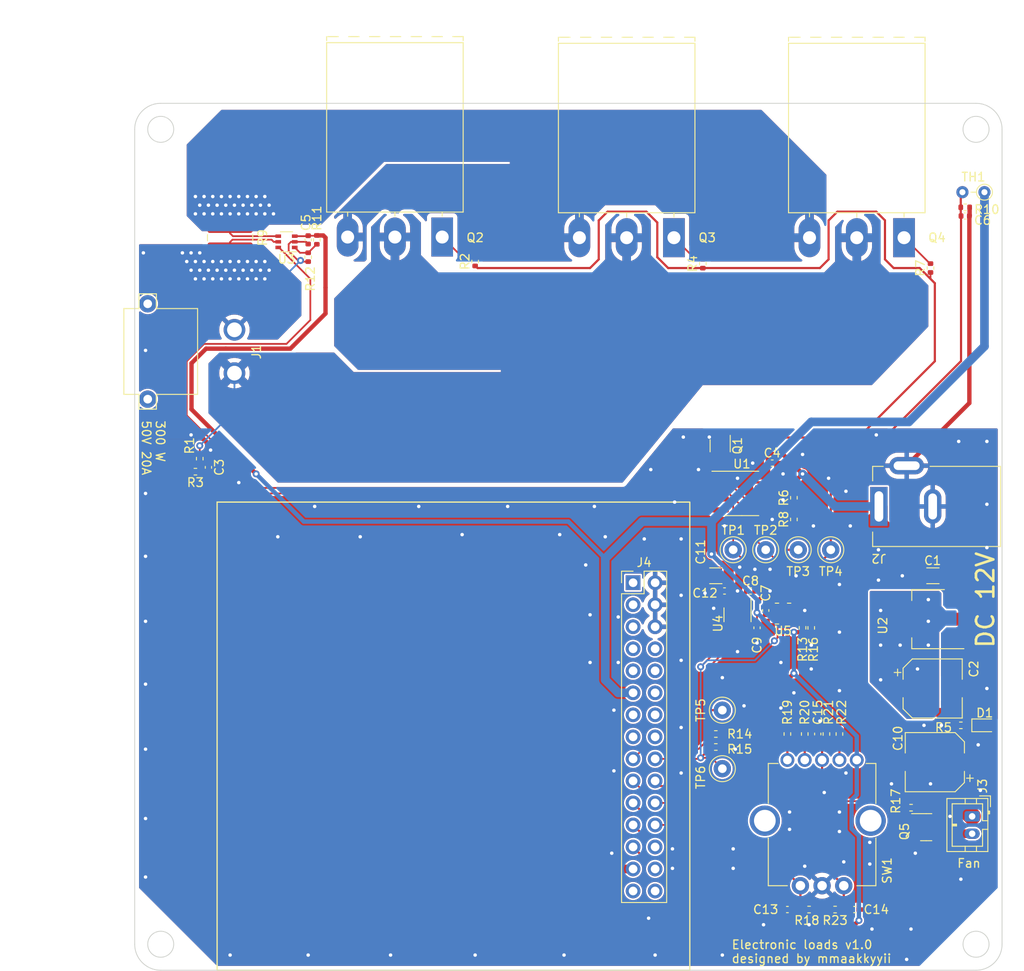
<source format=kicad_pcb>
(kicad_pcb (version 20221018) (generator pcbnew)
  (layers (0 "F.Cu" signal) (31 "B.Cu" signal) (34 "B.Paste" user) (35 "F.Paste" user) (36 "B.SilkS" user "B.Silkscreen") (37 "F.SilkS" user "F.Silkscreen") (38 "B.Mask" user) (39 "F.Mask" user) (44 "Edge.Cuts" user))
  (net 0 "")
  (net 1 "+12V")
  (net 2 "GND")
  (net 3 "+5V")
  (net 4 "/Voltage")
  (net 5 "+3.3V")
  (net 6 "/NTC")
  (net 7 "/Current_ref")
  (net 8 "/ENC_A")
  (net 9 "/ENC_B")
  (net 10 "/GPIO13")
  (net 11 "Net-(D1-K)")
  (net 12 "/Vin")
  (net 13 "Net-(J3-Pin_2)")
  (net 14 "/GPIO35")
  (net 15 "/GPIO36")
  (net 16 "/EN")
  (net 17 "/GPIO23")
  (net 18 "/GPIO25")
  (net 19 "/GPIO19")
  (net 20 "/GPIO26")
  (net 21 "/GPIO18")
  (net 22 "/GPIO3")
  (net 23 "/GPIO1")
  (net 24 "/GPIO16")
  (net 25 "/GPIO17")
  (net 26 "/GPIO21")
  (net 27 "/GPIO22")
  (net 28 "/GPIO2")
  (net 29 "/GPIO5")
  (net 30 "/GPIO12")
  (net 31 "/GPIO15")
  (net 34 "Net-(Q1-E-Pad1)")
  (net 35 "Net-(Q1-B-Pad2)")
  (net 36 "Net-(Q2-G)")
  (net 37 "Net-(Q2-S)")
  (net 38 "Net-(Q3-G)")
  (net 39 "Net-(Q4-G)")
  (net 40 "Net-(Q5-G)")
  (net 41 "Net-(U1B-+)")
  (net 42 "Net-(U3-REF)")
  (net 43 "Net-(U5-ADDR)")
  (net 44 "Net-(SW1-R)")
  (net 45 "Net-(SW1-G)")
  (net 46 "Net-(R22-Pad1)")
  (net 47 "/Current")
  (net 48 "Net-(U1B--)")
  (footprint "Capacitor_SMD:C_0402_1005Metric" (layer "F.Cu") (at 178.75 122.75 90)
    (fp_text reference "C15")
    (fp_text value "0.1u")
  )
  (footprint "Connector_PinHeader_2.54mm:PinHeader_2x15_P2.54mm_Vertical" (layer "F.Cu") (at 157.46 105.3)
    (fp_text reference "J4")
    (fp_text value "Conn_02x15_Odd_Even")
  )
  (footprint "Resistor_SMD:R_0402_1005Metric" (layer "F.Cu") (at 107 92.49)
    (fp_text reference "R3")
    (fp_text value "47k")
  )
  (footprint "Resistor_SMD:R_0402_1005Metric" (layer "F.Cu") (at 180.75 143)
    (fp_text reference "R23")
    (fp_text value "10k")
  )
  (footprint "Resistor_SMD:R_0402_1005Metric" (layer "F.Cu") (at 107.5 90.99 90)
    (fp_text reference "R1")
    (fp_text value "3.3k")
  )
  (footprint "Capacitor_SMD:C_0402_1005Metric" (layer "F.Cu") (at 168 106.25 180)
    (fp_text reference "C12")
    (fp_text value "0.1u")
  )
  (footprint "Resistor_SMD:R_0402_1005Metric" (layer "F.Cu") (at 178 110.51 -90)
    (fp_text reference "R16")
    (fp_text value "0")
  )
  (footprint "Capacitor_SMD:C_0402_1005Metric" (layer "F.Cu") (at 175.25 143 180)
    (fp_text reference "C13")
    (fp_text value "0.1u")
  )
  (footprint "Package_TO_SOT_SMD:SOT-363_SC-70-6" (layer "F.Cu") (at 117.5 65.975 180)
    (fp_text reference "U3")
    (fp_text value "NCS214")
  )
  (footprint "TestPoint:TestPoint_Loop_D1.80mm_Drill1.0mm_Beaded" (layer "F.Cu") (at 167.75 120)
    (fp_text reference "TP5")
    (fp_text value "TestPoint")
  )
  (footprint "Capacitor_SMD:C_0402_1005Metric" (layer "F.Cu") (at 171 106.25)
    (fp_text reference "C8")
    (fp_text value "0.1u")
  )
  (footprint "Resistor_SMD:R_0402_1005Metric" (layer "F.Cu") (at 195.75 62)
    (fp_text reference "R10")
    (fp_text value "1k")
  )
  (footprint "Resistor_SMD:R_0402_1005Metric" (layer "F.Cu") (at 139.25 68.25 90)
    (fp_text reference "R2")
    (fp_text value "100")
  )
  (footprint "Resistor_SMD:R_0402_1005Metric" (layer "F.Cu") (at 176 98 90)
    (fp_text reference "R8")
    (fp_text value "10k")
  )
  (footprint "Resistor_SMD:R_0402_1005Metric" (layer "F.Cu") (at 181.25 122.75 90)
    (fp_text reference "R22")
    (fp_text value "10k")
  )
  (footprint "Resistor_SMD:R_0402_1005Metric" (layer "F.Cu") (at 191.75 69 90)
    (fp_text reference "R7")
    (fp_text value "100")
  )
  (footprint "TestPoint:TestPoint_Loop_D1.80mm_Drill1.0mm_Beaded" (layer "F.Cu") (at 167.75 126.75)
    (fp_text reference "TP6")
    (fp_text value "TestPoint")
  )
  (footprint "TestPoint:TestPoint_Loop_D1.80mm_Drill1.0mm_Beaded" (layer "F.Cu") (at 172.75 101.5)
    (fp_text reference "TP2")
    (fp_text value "TestPoint")
  )
  (footprint "TestPoint:TestPoint_Loop_D1.80mm_Drill1.0mm_Beaded" (layer "F.Cu") (at 180.25 101.5)
    (fp_text reference "TP4")
    (fp_text value "TestPoint")
  )
  (footprint "Package_SO:SOIC-8_3.9x4.9mm_P1.27mm" (layer "F.Cu") (at 170 95)
    (fp_text reference "U1")
    (fp_text value "LM358")
  )
  (footprint "Connector_BarrelJack:BarrelJack_Kycon_KLDX-0202-xC_Horizontal" (layer "F.Cu") (at 185.8 96.5 180)
    (fp_text reference "J2")
    (fp_text value "Barrel_Jack_Switch")
  )
  (footprint "Package_TO_SOT_THT:TO-3P-3_Horizontal_TabUp" (layer "F.Cu") (at 162.17 65.5 180)
    (fp_text reference "Q3")
    (fp_text value "IXTQ110N10P")
  )
  (footprint "Capacitor_SMD:CP_Elec_6.3x5.2" (layer "F.Cu") (at 192 117.5)
    (fp_text reference "C2")
    (fp_text value "20u")
  )
  (footprint "e_load_lib:EC12PLRGBSDVBF-D-25K-24-24C-61" (layer "F.Cu") (at 179.25 132.75)
    (fp_text reference "SW1")
    (fp_text value "EC12PLRGBSDVBF-D-25K-24-24C-61")
  )
  (footprint "Resistor_SMD:R_0402_1005Metric" (layer "F.Cu") (at 167 122.75 180)
    (fp_text reference "R14")
    (fp_text value "4.7k")
  )
  (footprint "Resistor_SMD:R_0402_1005Metric" (layer "F.Cu") (at 175.25 122.75 90)
    (fp_text reference "R19")
    (fp_text value "10k")
  )
  (footprint "Resistor_SMD:R_0402_1005Metric" (layer "F.Cu") (at 189.51 131.25)
    (fp_text reference "R17")
    (fp_text value "200")
  )
  (footprint "Package_TO_SOT_SMD:SOT-23-6" (layer "F.Cu") (at 169.5 109 -90)
    (fp_text reference "U4")
    (fp_text value "MCP4726A0T-E/CH")
  )
  (footprint "Package_TO_SOT_THT:TO-3P-3_Horizontal_TabUp" (layer "F.Cu") (at 135.45 65.425 180)
    (fp_text reference "Q2")
    (fp_text value "IXTQ110N10P")
  )
  (footprint "Capacitor_SMD:C_0402_1005Metric" (layer "F.Cu") (at 183 143)
    (fp_text reference "C14")
    (fp_text value "0.1u")
  )
  (footprint "Package_DFN_QFN:Texas_R-PUQFN-N10" (layer "F.Cu") (at 174.75 108.86 180)
    (fp_text reference "U5")
    (fp_text value "TLA2024IRUGR")
  )
  (footprint "Package_TO_SOT_THT:TO-3P-3_Horizontal_TabUp" (layer "F.Cu") (at 188.7 65.5 180)
    (fp_text reference "Q4")
    (fp_text value "IXTQ110N10P")
  )
  (footprint "Package_TO_SOT_SMD:SOT-223-3_TabPin2" (layer "F.Cu") (at 191.5 109.5 180)
    (fp_text reference "U2")
    (fp_text value "AZ1117I-5.0TGR1")
  )
  (footprint "Resistor_SMD:R_0402_1005Metric" (layer "F.Cu") (at 195.25 121.75 180)
    (fp_text reference "R5")
    (fp_text value "1k")
  )
  (footprint "Package_TO_SOT_SMD:SOT-23" (layer "F.Cu") (at 191.25 133.5)
    (fp_text reference "Q5")
    (fp_text value "DMN3053L")
  )
  (footprint "Capacitor_SMD:C_1206_3216Metric" (layer "F.Cu") (at 192.025 104.5 180)
    (fp_text reference "C1")
    (fp_text value "10u")
  )
  (footprint "Resistor_SMD:R_0402_1005Metric" (layer "F.Cu") (at 120 67.75 -90)
    (fp_text reference "R12")
    (fp_text value "0")
  )
  (footprint "Capacitor_SMD:C_0402_1005Metric" (layer "F.Cu") (at 172.75 108.5 90)
    (fp_text reference "C7")
    (fp_text value "0.1u")
  )
  (footprint "Capacitor_SMD:C_0402_1005Metric" (layer "F.Cu") (at 171.75 110.5 -90)
    (fp_text reference "C9")
    (fp_text value "0.1u")
  )
  (footprint "LED_SMD:LED_0603_1608Metric" (layer "F.Cu") (at 198 121.75)
    (fp_text reference "D1")
    (fp_text value "LED")
  )
  (footprint "Resistor_SMD:R_0402_1005Metric" (layer "F.Cu") (at 177.25 122.75 90)
    (fp_text reference "R20")
    (fp_text value "10k")
  )
  (footprint "Resistor_SMD:R_0402_1005Metric" (layer "F.Cu") (at 177.75 143)
    (fp_text reference "R18")
    (fp_text value "10k")
  )
  (footprint "Capacitor_SMD:C_0402_1005Metric" (layer "F.Cu") (at 120 65.75 -90)
    (fp_text reference "C5")
    (fp_text value "0.1u")
  )
  (footprint "Resistor_SMD:R_1020_2550Metric" (layer "F.Cu") (at 111 65.5 -90)
    (fp_text reference "R9")
    (fp_text value "0.001 ohm / 2 W")
  )
  (footprint "Resistor_SMD:R_0402_1005Metric" (layer "F.Cu") (at 176 95.5 90)
    (fp_text reference "R6")
    (fp_text value "10k")
  )
  (footprint "Connector_JST:JST_PH_B2B-PH-K_1x02_P2.00mm_Vertical" (layer "F.Cu") (at 196.55 132.25 -90)
    (fp_text reference "J3")
    (fp_text value "Conn_01x02_Pin")
  )
  (footprint "Resistor_THT:R_Axial_DIN0204_L3.6mm_D1.6mm_P2.54mm_Vertical" (layer "F.Cu") (at 197.97 60.25 180)
    (fp_text reference "TH1")
    (fp_text value "Thermistor_NTC")
  )
  (footprint "TestPoint:TestPoint_Loop_D1.80mm_Drill1.0mm_Beaded" (layer "F.Cu") (at 169 101.5)
    (fp_text reference "TP1")
    (fp_text value "TestPoint")
  )
  (footprint "Capacitor_SMD:C_0402_1005Metric" (layer "F.Cu") (at 195.75 63)
    (fp_text reference "C6")
    (fp_text value "0.1u")
  )
  (footprint "Resistor_SMD:R_0402_1005Metric" (layer "F.Cu") (at 165.5 68.5 90)
    (fp_text reference "R4")
    (fp_text value "100")
  )
  (footprint "Capacitor_SMD:C_0402_1005Metric" (layer "F.Cu") (at 108.5 91.99 90)
    (fp_text reference "C3")
    (fp_text value "0.1u")
  )
  (footprint "TestPoint:TestPoint_Loop_D1.80mm_Drill1.0mm_Beaded" (layer "F.Cu") (at 176.5 101.5)
    (fp_text reference "TP3")
    (fp_text value "TestPoint")
  )
  (footprint "Resistor_SMD:R_0402_1005Metric" (layer "F.Cu") (at 177 110.5 -90)
    (fp_text reference "R13")
    (fp_text value "NC")
  )
  (footprint "Capacitor_SMD:C_1206_3216Metric" (layer "F.Cu") (at 167 104.5 180)
    (fp_text reference "C11")
    (fp_text value "10u")
  )
  (footprint "Resistor_SMD:R_0402_1005Metric" (layer "F.Cu") (at 121 65.75 -90)
    (fp_text reference "R11")
    (fp_text value "NC")
  )
  (footprint "Resistor_SMD:R_0402_1005Metric" (layer "F.Cu") (at 179.75 122.75 90)
    (fp_text reference "R21")
    (fp_text value "10k")
  )
  (footprint "Resistor_SMD:R_0402_1005Metric" (layer "F.Cu") (at 167 124.25 180)
    (fp_text reference "R15")
    (fp_text value "4.7k")
  )
  (footprint "Capacitor_SMD:C_0402_1005Metric" (layer "F.Cu") (at 173.5 91.5)
    (fp_text reference "C4")
    (fp_text value "0.1u")
  )
  (footprint "Package_TO_SOT_SMD:SOT-363_SC-70-6" (layer "F.Cu") (at 167.5 89.5 -90)
    (fp_text reference "Q1")
    (fp_text value "CMKT2207 TR PBFREE")
  )
  (footprint "Capacitor_SMD:CP_Elec_6.3x5.2" (layer "F.Cu") (at 192.25 126 180)
    (fp_text reference "C10")
    (fp_text value "470u")
  )
  (footprint "e_load_lib:XT30PW-M" (layer "F.Cu") (at 111.5 78.665 90)
    (fp_text reference "J1")
    (fp_text value "Conn_01x02_Pin")
  )
  (gr_rect (start 109.5 96) (end 164 150) (stroke (width 0.15)) (fill none) (layer "F.SilkS"))
  (gr_line (start 197 150) (end 103 150) (stroke (width 0.1)) (layer "Edge.Cuts"))
  (gr_circle (center 103 147) (end 103 148.5) (stroke (width 0.1)) (fill none) (layer "Edge.Cuts"))
  (gr_line (start 100 147) (end 100 53) (stroke (width 0.1)) (layer "Edge.Cuts"))
  (gr_arc (start 100 53) (mid 100.87868 50.87868) (end 103 50) (stroke (width 0.1)) (layer "Edge.Cuts"))
  (gr_arc (start 103 150) (mid 100.87868 149.12132) (end 100 147) (stroke (width 0.1)) (layer "Edge.Cuts"))
  (gr_circle (center 103 53) (end 103 51.5) (stroke (width 0.1)) (fill none) (layer "Edge.Cuts"))
  (gr_arc (start 197 50) (mid 199.12132 50.87868) (end 200 53) (stroke (width 0.1)) (layer "Edge.Cuts"))
  (gr_line (start 200 53) (end 200 147) (stroke (width 0.1)) (layer "Edge.Cuts"))
  (gr_circle (center 197 147) (end 197 148.5) (stroke (width 0.1)) (fill none) (layer "Edge.Cuts"))
  (gr_arc (start 200 147) (mid 199.12132 149.12132) (end 197 150) (stroke (width 0.1)) (layer "Edge.Cuts"))
  (gr_line (start 103 50) (end 197 50) (stroke (width 0.1)) (layer "Edge.Cuts"))
  (gr_circle (center 197 53) (end 198.5 53) (stroke (width 0.1)) (fill none) (layer "Edge.Cuts"))
  (gr_text "Fan" (at 194.75 138.25) (layer "F.SilkS") (effects (font (size 1 1)) (justify left bottom)))
  (gr_text "300 W\n50V 20A" (at 100.75 86.5 -90) (layer "F.SilkS") (effects (font (size 1 1)) (justify left bottom)))
  (gr_text "DC 12V" (at 199.25 113 90) (layer "F.SilkS") (effects (font (size 2 2) (thickness 0.3)) (justify left bottom)))
  (gr_text "Electronic loads v1.0\ndesigned by mmaakkyyii" (at 168.75 149.25) (layer "F.SilkS") (effects (font (size 1 1)) (justify left bottom)))
  (segment (start 173 90.45) (end 173 91.48) (width 0.5) (layer "F.Cu") (net 1))
  (segment (start 194.65 104.4) (end 194.65 107.2) (width 2) (layer "F.Cu") (net 1))
  (segment (start 185.8 98.55) (end 188.5 101.25) (width 2) (layer "F.Cu") (net 1))
  (segment (start 190 123.75) (end 193.75 123.75) (width 2) (layer "F.Cu") (net 1))
  (segment (start 174.7 90.45) (end 173 90.45) (width 0.5) (layer "F.Cu") (net 1))
  (segment (start 195.8 131.5) (end 196.55 132.25) (width 2) (layer "F.Cu") (net 1))
  (segment (start 193.75 123.75) (end 195.8 125.8) (width 2) (layer "F.Cu") (net 1))
  (segment (start 195.8 125.8) (end 195.8 131.5) (width 2) (layer "F.Cu") (net 1))
  (segment (start 185.8 96.5) (end 185.8 97.712742) (width 2) (layer "F.Cu") (net 1))
  (segment (start 191.5 101.25) (end 194.65 104.4) (width 2) (layer "F.Cu") (net 1))
  (segment (start 177 92.75) (end 174.7 90.45) (width 0.5) (layer "F.Cu") (net 1))
  (segment (start 176 94.99) (end 176 93.75) (width 0.5) (layer "F.Cu") (net 1))
  (segment (start 173 91.48) (end 173.02 91.5) (width 0.5) (layer "F.Cu") (net 1))
  (segment (start 183.5 100.012742) (end 183.5 117.25) (width 2) (layer "F.Cu") (net 1))
  (segment (start 173 90.45) (end 168.15 90.45) (width 0.5) (layer "F.Cu") (net 1))
  (segment (start 188.5 101.25) (end 191.5 101.25) (width 2) (layer "F.Cu") (net 1))
  (segment (start 183.5 117.25) (end 190 123.75) (width 2) (layer "F.Cu") (net 1))
  (segment (start 173.02 91.5) (end 173.02 92.55) (width 0.5) (layer "F.Cu") (net 1))
  (segment (start 176 93.75) (end 177 92.75) (width 0.5) (layer "F.Cu") (net 1))
  (segment (start 173.02 92.55) (end 172.475 93.095) (width 0.5) (layer "F.Cu") (net 1))
  (segment (start 185.8 96.5) (end 185.8 98.55) (width 2) (layer "F.Cu") (net 1))
  (segment (start 185.8 97.712742) (end 183.5 100.012742) (width 2) (layer "F.Cu") (net 1))
  (via (at 177 92.75) (size 0.8) (drill 0.4) (layers "F.Cu" "B.Cu") (net 1))
  (segment (start 185.8 96.5) (end 180.75 96.5) (width 1) (layer "B.Cu") (net 1))
  (segment (start 177.5 93.25) (end 177 92.75) (width 1) (layer "B.Cu") (net 1))
  (segment (start 180.75 96.5) (end 177.5 93.25) (width 1) (layer "B.Cu") (net 1))
  (segment (start 118.45 65.975) (end 119.745 65.975) (width 0.2) (layer "F.Cu") (net 2))
  (segment (start 178.75 122.27) (end 179.25 122.27) (width 0.5) (layer "F.Cu") (net 2))
  (segment (start 179.25 121.5) (end 179 121.25) (width 0.5) (layer "F.Cu") (net 2))
  (segment (start 169.25 109) (end 167.5 109) (width 0.2) (layer "F.Cu") (net 2))
  (segment (start 196.23 84.57) (end 189 91.8) (width 0.5) (layer "F.Cu") (net 2))
  (segment (start 118.869622 68.130378) (end 119.119622 68.130378) (width 0.2) (layer "F.Cu") (net 2))
  (segment (start 179.72 122.27) (end 179.75 122.24) (width 0.5) (layer "F.Cu") (net 2))
  (segment (start 118.96 68.26) (end 120 68.26) (width 0.2) (layer "F.Cu") (net 2))
  (segment (start 116.025 65.975) (end 115.775 65.725) (width 0.2) (layer "F.Cu") (net 2))
  (segment (start 177.14 108.61) (end 173.34 108.61) (width 0.25) (layer "F.Cu") (net 2))
  (segment (start 196.26 62.97) (end 196.23 63) (width 0.5) (layer "F.Cu") (net 2))
  (segment (start 118.85 68.15) (end 118.869622 68.130378) (width 0.2) (layer "F.Cu") (net 2))
  (segment (start 117.75 66.25) (end 117.75 67.05) (width 0.2) (layer "F.Cu") (net 2))
  (segment (start 116.55 65.975) (end 116.025 65.975) (width 0.2) (layer "F.Cu") (net 2))
  (segment (start 119.745 65.975) (end 120 66.23) (width 0.2) (layer "F.Cu") (net 2))
  (segment (start 118.45 65.975) (end 118.025 65.975) (width 0.2) (layer "F.Cu") (net 2))
  (segment (start 166.85 88.55) (end 166.3 88.55) (width 0.5) (layer "F.Cu") (net 2))
  (segment (start 169.5 108.75) (end 169.5 107.8625) (width 0.2) (layer "F.Cu") (net 2))
  (segment (start 173.34 108.61) (end 172.75 108.02) (width 0.25) (layer "F.Cu") (net 2))
  (segment (start 177.25 108.5) (end 177.14 108.61) (width 0.25) (layer "F.Cu") (net 2))
  (segment (start 179.25 122.27) (end 179.72 122.27) (width 0.5) (layer "F.Cu") (net 2))
  (segment (start 196.26 62) (end 196.26 62.97) (width 0.5) (layer "F.Cu") (net 2))
  (segment (start 111 66) (end 111 66.625) (width 0.2) (layer "F.Cu") (net 2))
  (segment (start 118.85 68.15) (end 118.96 68.26) (width 0.2) (layer "F.Cu") (net 2))
  (segment (start 117.75 67.05) (end 118.85 68.15) (width 0.2) (layer "F.Cu") (net 2))
  (segment (start 169.5 108.75) (end 169.25 109) (width 0.2) (layer "F.Cu") (net 2))
  (segment (start 118.025 65.975) (end 117.75 66.25) (width 0.2) (layer "F.Cu") (net 2))
  (segment (start 196.23 63) (end 196.23 84.57) (width 0.5) (layer "F.Cu") (net 2))
  (segment (start 111.275 65.725) (end 111 66) (width 0.2) (layer "F.Cu") (net 2))
  (segment (start 166.3 88.55) (end 166.25 88.5) (width 0.5) (layer "F.Cu") (net 2))
  (segment (start 111.22 66.625) (end 111.22 66.28) (width 0.2) (layer "F.Cu") (net 2))
  (segment (start 115.775 65.725) (end 111.275 65.725) (width 0.2) (layer "F.Cu") (net 2))
  (segment (start 179.25 122.27) (end 179.25 121.5) (width 0.5) (layer "F.Cu") (net 2))
  (via (at 163 122) (size 0.8) (drill 0.4) (layers "F.Cu" "B.Cu") (net 2))
  (via (at 184.75 135.25) (size 0.8) (drill 0.4) (layers "F.Cu" "B.Cu") (net 2))
  (via (at 185.5 88.25) (size 0.8) (drill 0.4) (layers "F.Cu" "B.Cu") (net 2))
  (via (at 101.25 139.25) (size 0.8) (drill 0.4) (layers "F.Cu" "B.Cu") (net 2))
  (via (at 163 106.75) (size 0.8) (drill 0.4) (layers "F.Cu" "B.Cu") (net 2))
  (via (at 108.5 69.25) (size 0.8) (drill 0.4) (layers "F.Cu" "B.Cu") (net 2))
  (via (at 173.25 103.75) (size 0.8) (drill 0.4) (layers "F.Cu" "B.Cu") (net 2))
  (via (at 113 70.25) (size 0.8) (drill 0.4) (layers "F.Cu" "B.Cu") (net 2))
  (via (at 107.5 69.25) (size 0.8) (drill 0.4) (layers "F.Cu" "B.Cu") (net 2))
  (via (at 132.75 96.5) (size 0.8) (drill 0.4) (layers "F.Cu" "B.Cu") (net 2))
  (via (at 175.5 131.75) (size 0.8) (drill 0.4) (layers "F.Cu" "B.Cu") (net 2))
  (via (at 185.75 101.5) (size 0.8) (drill 0.4) (layers "F.Cu" "B.Cu") (net 2))
  (via (at 111 68.25) (size 0.8) (drill 0.4) (layers "F.Cu" "B.Cu") (net 2))
  (via (at 114 68.25) (size 0.8) (drill 0.4) (layers "F.Cu" "B.Cu") (net 2))
  (via (at 185 145.25) (size 0.8) (drill 0.4) (layers "F.Cu" "B.Cu") (net 2))
  (via (at 178 115.25) (size 0.8) (drill 0.4) (layers "F.Cu" "B.Cu") (net 2))
  (via (at 110 68.25) (size 0.8) (drill 0.4) (layers "F.Cu" "B.Cu") (net 2))
  (via (at 162 138.25) (size 0.8) (drill 0.4) (layers "F.Cu" "B.Cu") (net 2))
  (via (at 152.5 109) (size 0.8) (drill 0.4) (layers "F.Cu" "B.Cu") (net 2))
  (via (at 101.25 109.75) (size 0.8) (drill 0.4) (layers "F.Cu" "B.Cu") (net 2))
  (via (at 159.25 144) (size 0.8) (drill 0.4) (layers "F.Cu" "B.Cu") (net 2))
  (via (at 101.25 102.25) (size 0.8) (drill 0.4) (layers "F.Cu" "B.Cu") (net 2))
  (via (at 181.25 134) (size 0.8) (drill 0.4) (layers "F.Cu" "B.Cu") (net 2))
  (via (at 169.25 124.5) (size 0.8) (drill 0.4) (layers "F.Cu" "B.Cu") (net 2))
  (via (at 174.75 95.75) (size 0.8) (drill 0.4) (layers "F.Cu" "B.Cu") (net 2))
  (via (at 114 70.25) (size 0.8) (drill 0.4) (layers "F.Cu" "B.Cu") (net 2))
  (via (at 112 68.25) (size 0.8) (drill 0.4) (layers "F.Cu" "B.Cu") (net 2))
  (via (at 129.5 148.25) (size 0.8) (drill 0.4) (layers "F.Cu" "B.Cu") (net 2))
  (via (at 171.5 103.75) (size 0.8) (drill 0.4) (layers "F.Cu" "B.Cu") (net 2))
  (via (at 182 127.25) (size 0.8) (drill 0.4) (layers "F.Cu" "B.Cu") (net 2))
  (via (at 108 68.25) (size 0.8) (drill 0.4) (layers "F.Cu" "B.Cu") (net 2))
  (via (at 106.5 67.25) (size 0.8) (drill 0.4) (layers "F.Cu" "B.Cu") (net 2))
  (via (at 177.25 138) (size 0.8) (drill 0.4) (layers "F.Cu" "B.Cu") (net 2))
  (via (at 198.25 101.25) (size 0.8) (drill 0.4) (layers "F.Cu" "B.Cu") (net 2))
  (via (at 178 112.5) (size 0.8) (drill 0.4) (layers "F.Cu" "B.Cu") (net 2))
  (via (at 174.5 119.75) (size 0.8) (drill 0.4) (layers "F.Cu" "B.Cu") (net 2))
  (via (at 113 68.25) (size 0.8) (drill 0.4) (layers "F.Cu" "B.Cu") (net 2))
  (via (at 171.25 91.5) (size 0.8) (drill 0.4) (layers "F.Cu" "B.Cu") (net 2))
  (via (at 170.25 119.5) (size 0.8) (drill 0.4) (layers "F.Cu" "B.Cu") (net 2))
  (via (at 149 99.75) (size 0.8) (drill 0.4) (layers "F.Cu" "B.Cu") (net 2))
  (via (at 152.5 114.5) (size 0.8) (drill 0.4) (layers "F.Cu" "B.Cu") (net 2))
  (via (at 106.5 88.25) (size 0.8) (drill 0.4) (layers "F.Cu" "B.Cu") (net 2))
  (via (at 198.25 89) (size 0.8) (drill 0.4) (layers "F.Cu" "B.Cu") (net 2))
  (via (at 163 100.25) (size 0.8) (drill 0.4) (layers "F.Cu" "B.Cu") (net 2))
  (via (at 159.5 92.25) (size 0.8) (drill 0.4) (layers "F.Cu" "B.Cu") (net 2))
  (via (at 113.5 69.25) (size 0.8) (drill 0.4) (layers "F.Cu" "B.Cu") (net 2))
  (via (at 115 68.25) (size 0.8) (drill 0.4) (layers "F.Cu" "B.Cu") (net 2))
  (via (at 101.25 95) (size 0.8) (drill 0.4) (layers "F.Cu" "B.Cu") (net 2))
  (via (at 173.25 106.25) (size 0.8) (drill 0.4) (layers "F.Cu" "B.Cu") (net 2))
  (via (at 112 70.25) (size 0.8) (drill 0.4) (layers "F.Cu" "B.Cu") (net 2))
  (via (at 139.25 148.25) (size 0.8) (drill 0.4) (layers "F.Cu" "B.Cu") (net 2))
  (via (at 112.5 69.25) (size 0.8) (drill 0.4) (layers "F.Cu" "B.Cu") (net 2))
  (via (at 105.5 67.25) (size 0.8) (drill 0.4) (layers "F.Cu" "B.Cu") (net 2))
  (via (at 191.75 128.5) (size 0.8) (drill 0.4) (layers "F.Cu" "B.Cu") (net 2))
  (via (at 172.5 144.75) (size 0.8) (drill 0.4) (layers "F.Cu" "B.Cu") (net 2))
  (via (at 101.25 117) (size 0.8) (drill 0.4) (layers "F.Cu" "B.Cu") (net 2))
  (via (at 114.5 69.25) (size 0.8) (drill 0.4) (layers "F.Cu" "B.Cu") (net 2))
  (via (at 167.75 116.25) (size 0.8) (drill 0.4) (layers "F.Cu" "B.Cu") (net 2))
  (via (at 169.5 113.25) (size 0.8) (drill 0.4) (layers "F.Cu" "B.Cu") (net 2))
  (via (at 120 148.25) (size 0.8) (drill 0.4) (layers "F.Cu" "B.Cu") (net 2))
  (via (at 191 121.75) (size 0.8) (drill 0.4) (layers "F.Cu" "B.Cu") (net 2))
  (via (at 111 70.25) (size 0.8) (drill 0.4) (layers "F.Cu" "B.Cu") (net 2))
  (via (at 106 68.25) (size 0.8) (drill 0.4) (layers "F.Cu" "B.Cu") (net 2))
  (via (at 162.25 96) (size 0.8) (drill 0.4) (layers "F.Cu" "B.Cu") (net 2))
  (via (at 185.75 105) (size 0.8) (drill 0.4) (layers "F.Cu" "B.Cu") (net 2))
  (via (at 178.25 98.75) (size 0.8) (drill 0.4) (layers "F.Cu" "B.Cu") (net 2))
  (via (at 165.75 106.5) (size 0.8) (drill 0.4) (layers "F.Cu" "B.Cu") (net 2))
  (via (at 197.25 124) (size 0.8) (drill 0.4) (layers "F.Cu" "B.Cu") (net 2))
  (via (at 155.75 109.25) (size 0.8) (drill 0.4) (layers "F.Cu" "B.Cu") (net 2))
  (via (at 110.5 69.25) (size 0.8) (drill 0.4) (layers "F.Cu" "B.Cu") (net 2))
  (via (at 190 136.5) (size 0.8) (drill 0.4) (layers "F.Cu" "B.Cu") (net 2))
  (via (at 101 67.25) (size 0.8) (drill 0.4) (layers "F.Cu" "B.Cu") (net 2))
  (via (at 174.75 92.75) (size 0.8) (drill 0.4) (layers "F.Cu" "B.Cu") (net 2))
  (via (at 111.5 69.25) (size 0.8) (drill 0.4) (layers "F.Cu" "B.Cu") (net 2))
  (via (at 181.25 105.5) (size 0.8) (drill 0.4) (layers "F.Cu" "B.Cu") (net 2))
  (via (at 177.25 108.5) (size 0.8) (drill 0.4) (layers "F.Cu" "B.Cu") (net 2))
  (via (at 152 103.25) (size 0.8) (drill 0.4) (layers "F.Cu" "B.Cu") (net 2))
  (via (at 193 121.75) (size 0.8) (drill 0.4) (layers "F.Cu" "B.Cu") (net 2))
  (via (at 107 68.25) (size 0.8) (drill 0.4) (layers "F.Cu" "B.Cu") (net 2))
  (via (at 107.5 67.25) (size 0.8) (drill 0.4) (layers "F.Cu" "B.Cu") (net 2))
  (via (at 111 148.25) (size 0.8) (drill 0.4) (layers "F.Cu" "B.Cu") (net 2))
  (via (at 119.119622 68.130378) (size 0.8) (drill 0.4) (layers "F.Cu" "B.Cu") (net 2))
  (via (at 143 96.5) (size 0.8) (drill 0.4) (layers "F.Cu" "B.Cu") (net 2))
  (via (at 179.5 129.5) (size 0.8) (drill 0.4) (layers "F.Cu" "B.Cu") (net 2))
  (via (at 112 93.75) (size 0.8) (drill 0.4) (layers "F.Cu" "B.Cu") (net 2))
  (via (at 167.75 148.25) (size 0.8) (drill 0.4) (layers "F.Cu" "B.Cu") (net 2))
  (via (at 169.5 106.25) (size 0.8) (drill 0.4) (layers "F.Cu" "B.Cu") (net 2))
  (via (at 108.75 90) (size 0.8) (drill 0.4) (layers "F.Cu" "B.Cu") (net 2))
  (via (at 160 148.25) (size 0.8) (drill 0.4) (layers "F.Cu" "B.Cu") (net 2))
  (via (at 179 121.25) (size 0.8) (drill 0.4) (layers "F.Cu" "B.Cu") (net 2))
  (via (at 181.25 117.75) (size 0.8) (drill 0.4) (layers "F.Cu" "B.Cu") (net 2))
  (via (at 189 148.75) (size 0.8) (drill 0.4) (layers "F.Cu" "B.Cu") (net 2))
  (via (at 189.5 145.25) (size 0.8) (drill 0.4) (layers "F.Cu" "B.Cu") (net 2))
  (via (at 195.25 139.5) (size 0.8) (drill 0.4) (layers "F.Cu" "B.Cu") (net 2))
  (via (at 176 118) (size 0.8) (drill 0.4) (layers "F.Cu" "B.Cu") (net 2))
  (via (at 169 136) (size 0.8) (drill 0.4) (layers "F.Cu" "B.Cu") (net 2))
  (via (at 177.75 144.75) (size 0.8) (drill 0.4) (layers "F.Cu" "B.Cu") (net 2))
  (via (at 166.75 108.25) (size 0.8) (drill 0.4) (layers "F.Cu" "B.Cu") (net 2))
  (via (at 169 138.25) (size 0.8) (drill 0.4) (layers "F.Cu" "B.Cu") (net 2))
  (via (at 153 96.5) (size 0.8) (drill 0.4) (layers "F.Cu" "B.Cu") (net 2))
  (via (at 181.75 137.5) (size 0.8) (drill 0.4) (layers "F.Cu" "B.Cu") (net 2))
  (via (at 109 68.25) (size 0.8) (drill 0.4) (layers "F.Cu" "B.Cu") (net 2))
  (via (at 106.5 69.25) (size 0.8) (drill 0.4) (layers "F.Cu" "B.Cu") (net 2))
  (via (at 184.75 137.75) (size 0.8) (drill 0.4) (layers "F.Cu" "B.Cu") (net 2))
  (via (at 101.25 78.5) (size 0.8) (drill 0.4) (layers "F.Cu" "B.Cu") (net 2))
  (via (at 174.5 114.5) (size 0.8) (drill 0.4) (layers "F.Cu" "B.Cu") (net 2))
  (via (at 120.75 96.5) (size 0.8) (drill 0.4) (layers "F.Cu" "B.Cu") (net 2))
  (via (at 137.75 99.75) (size 0.8) (drill 0.4) (layers "F.Cu" "B.Cu") (net 2))
  (via (at 187.25 128.5) (size 0.8) (drill 0.4) (layers "F.Cu" "B.Cu") (net 2))
  (via (at 158.75 100.25) (size 0.8) (drill 0.4) (layers "F.Cu" "B.Cu") (net 2))
  (via (at 175.5 133.75) (size 0.8) (drill 0.4) (layers "F.Cu" "B.Cu") (net 2))
  (via (at 198.25 117.5) (size 0.8) (drill 0.4) (layers "F.Cu" "B.Cu") (net 2))
  (via (at 194 132.25) (size 0.8) (drill 0.4) (layers "F.Cu" "B.Cu") (net 2))
  (via (at 109 70.25) (size 0.8) (drill 0.4) (layers "F.Cu" "B.Cu") (net 2))
  (via (at 110 70.25) (size 0.8) (drill 0.4) (layers "F.Cu" "B.Cu") (net 2))
  (via (at 108 70.25) (size 0.8) (drill 0.4) (layers "F.Cu" "B.Cu") (net 2))
  (via (at 116.5 100) (size 0.8) (drill 0.4) (layers "F.Cu" "B.Cu") (net 2))
  (via (at 169.75 103.5) (size 0.8) (drill 0.4) (layers "F.Cu" "B.Cu") (net 2))
  (via (at 181.25 131.75) (size 0.8) (drill 0.4) (layers "F.Cu" "B.Cu") (net 2))
  (via (at 115 70.25) (size 0.8) (drill 0.4) (layers "F.Cu" "B.Cu") (net 2))
  (via (at 155.25 120) (size 0.8) (drill 0.4) (layers "F.Cu" "B.Cu") (net 2))
  (via (at 177 90.5) (size 0.8) (drill 0.4) (layers "F.Cu" "B.Cu") (net 2))
  (via (at 197.5 129.25) (size 0.8) (drill 0.4) (layers "F.Cu" "B.Cu") (net 2))
  (via (at 154.25 100) (size 0.8) (drill 0.4) (layers "F.Cu" "B.Cu") (net 2))
  (via (at 168 98.75) (size 0.8) (drill 0.4) (layers "F.Cu" "B.Cu") (net 2))
  (via (at 173.5 98) (size 0.8) (drill 0.4) (layers "F.Cu" "B.Cu") (net 2))
  (via (at 182 94.75) (size 0.8) (drill 0.4) (layers "F.Cu" "B.Cu") (net 2))
  (via (at 180 93.25) (size 0.8) (drill 0.4) (layers "F.Cu" "B.Cu") (net 2))
  (via (at 126 100) (size 0.8) (drill 0.4) (layers "F.Cu" "B.Cu") (net 2))
  (via (at 163 114.25) (size 0.8) (drill 0.4) (layers "F.Cu" "B.Cu") (net 2))
  (via (at 107 70.25) (size 0.8) (drill 0.4) (layers "F.Cu" "B.Cu") (net 2))
  (via (at 155.75 114.5) (size 0.8) (drill 0.4) (layers "F.Cu" "B.Cu") (net 2))
  (via (at 176.25 104.5) (size 0.8) (drill 0.4) (layers "F.Cu" "B.Cu") (net 2))
  (via (at 198.25 96.25) (size 0.8) (drill 0.4) (layers "F.Cu" "B.Cu") (net 2))
  (via (at 109.5 69.25) (size 0.8) (drill 0.4) (layers "F.Cu" "B.Cu") (net 2))
  (via (at 115.5 69.25) (size 0.8) (drill 0.4) (layers "F.Cu" "B.Cu") (net 2))
  (via (at 181.25 111) (size 0.8) (drill 0.4) (layers "F.Cu" "B.Cu") (net 2))
  (via (at 149.5 148.25) (size 0.8) (drill 0.4) (layers "F.Cu" "B.Cu") (net 2))
  (via (at 188.5 104.5) (size 0.8) (drill 0.4) (layers "F.Cu" "B.Cu") (net 2))
  (via (at 165 92.25) (size 0.8) (drill 0.4) (layers "F.Cu" "B.Cu") (net 2))
  (via (at 171.75 112.25) (size 0.8) (drill 0.4) (layers "F.Cu" "B.Cu") (net 2))
  (via (at 163 127.25) (size 0.8) (drill 0.4) (layers "F.Cu" "B.Cu") (net 2))
  (via (at 155 136.5) (size 0.8) (drill 0.4) (layers "F.Cu" "B.Cu") (net 2))
  (via (at 182.5 98.75) (size 0.8) (drill 0.4) (layers "F.Cu" "B.Cu") (net 2))
  (via (at 155.25 127) (size 0.8) (drill 0.4) (layers "F.Cu" "B.Cu") (net 2))
  (via (at 166.25 88.5) (size 0.8) (drill 0.4) (layers "F.Cu" "B.Cu") (net 2))
  (via (at 162 136) (size 0.8) (drill 0.4) (layers "F.Cu" "B.Cu") (net 2))
  (via (at 101.25 124.5) (size 0.8) (drill 0.4) (layers "F.Cu" "B.Cu") (net 2))
  (via (at 163.25 88.5) (size 0.8) (drill 0.4) (layers "F.Cu" "B.Cu") (net 2))
  (via (at 101.25 132.5) (size 0.8) (drill 0.4) (layers "F.Cu" "B.Cu") (net 2))
  (via (at 195 89) (size 0.8) (drill 0.4) (layers "F.Cu" "B.Cu") (net 2))
  (via (at 169.5 93.25) (size 0.8) (drill 0.4) (layers "F.Cu" "B.Cu") (net 2))
  (segment (start 119.119622 68.130378) (end 117.75 69.5) (width 0.2) (layer "B.Cu") (net 2))
  (segment (start 117.75 69.5) (end 117.5 69.5) (width 0.2) (layer "B.Cu") (net 2))
  (segment (start 191.5 109.75) (end 191.25 109.5) (width 1) (layer "F.Cu") (net 3))
  (segment (start 156.18 138.32) (end 155 139.5) (width 1) (layer "F.Cu") (net 3))
  (segment (start 188.35 112.4) (end 188.25 112.5) (width 1) (layer "F.Cu") (net 3))
  (segment (start 198.7875 138.7125) (end 198.7875 121.75) (width 1) (layer "F.Cu") (net 3))
  (segment (start 155 139.5) (end 155 142.75) (width 1) (layer "F.Cu") (net 3))
  (segment (start 188.25 112.5) (end 188.35 112.6) (width 1) (layer "F.Cu") (net 3))
  (segment (start 188.35 112.6) (end 188.35 116.65) (width 1) (layer "F.Cu") (net 3))
  (segment (start 188.35 116.65) (end 189.2 117.5) (width 1) (layer "F.Cu") (net 3))
  (segment (start 197.486809 120.25) (end 198.85 121.613191) (width 1) (layer "F.Cu") (net 3))
  (segment (start 190.75 146.75) (end 198.7875 138.7125) (width 1) (layer "F.Cu") (net 3))
  (segment (start 198.85 121.613191) (end 198.85 121.75) (width 1) (layer "F.Cu") (net 3))
  (segment (start 155 142.75) (end 159 146.75) (width 1) (layer "F.Cu") (net 3))
  (segment (start 194.65 109.5) (end 191.75 109.5) (width 1) (layer "F.Cu") (net 3))
  (segment (start 191.75 109.5) (end 191.5 109.75) (width 1) (layer "F.Cu") (net 3))
  (segment (start 157.46 138.32) (end 156.18 138.32) (width 1) (layer "F.Cu") (net 3))
  (segment (start 191.25 109.5) (end 188.35 109.5) (width 1) (layer "F.Cu") (net 3))
  (segment (start 189.2 117.5) (end 191.95 120.25) (width 1) (layer "F.Cu") (net 3))
  (segment (start 188.35 109.5) (end 188.35 112.4) (width 1) (layer "F.Cu") (net 3))
  (segment (start 159 146.75) (end 190.75 146.75) (width 1) (layer "F.Cu") (net 3))
  (segment (start 191.95 120.25) (end 197.486809 120.25) (width 1) (layer "F.Cu") (net 3))
  (via (at 186 116.5) (size 0.8) (drill 0.4) (layers "F.Cu" "B.Cu") (net 3))
  (via (at 186 108.5) (size 0.8) (drill 0.4) (layers "F.Cu" "B.Cu") (net 3))
  (via (at 191.5 109.75) (size 0.8) (drill 0.4) (layers "F.Cu" "B.Cu") (net 3))
  (via (at 191.5 112.5) (size 0.8) (drill 0.4) (layers "F.Cu" "B.Cu") (net 3))
  (via (at 191.5 107.25) (size 0.8) (drill 0.4) (layers "F.Cu" "B.Cu") (net 3))
  (via (at 188.25 112.5) (size 0.8) (drill 0.4) (layers "F.Cu" "B.Cu") (net 3))
  (via (at 186 112.5) (size 0.8) (drill 0.4) (layers "F.Cu" "B.Cu") (net 3))
  (via (at 190.25 115.25) (size 0.8) (drill 0.4) (layers "F.Cu" "B.Cu") (net 3))
  (segment (start 170 96.498604) (end 170 98.75) (width 0.2) (layer "F.Cu") (net 4))
  (segment (start 107.51 92.49) (end 108.48 92.49) (width 0.2) (layer "F.Cu") (net 4))
  (segment (start 107.5 91.5) (end 107.5 92.48) (width 0.2) (layer "F.Cu") (net 4))
  (segment (start 109.52 95) (end 108.5 93.98) (width 0.2) (layer "F.Cu") (net 4))
  (segment (start 108.48 92.49) (end 108.5 92.47) (width 0.2) (layer "F.Cu") (net 4))
  (segment (start 107.5 92.48) (end 107.51 92.49) (width 0.2) (layer "F.Cu") (net 4))
  (segment (start 168.501396 95) (end 170 96.498604) (width 0.2) (layer "F.Cu") (net 4))
  (segment (start 109.52 95) (end 168.501396 95) (width 0.2) (layer "F.Cu") (net 4))
  (segment (start 170 98.75) (end 174.1125 102.8625) (width 0.2) (layer "F.Cu") (net 4))
  (segment (start 108.5 93.98) (end 108.5 92.47) (width 0.2) (layer "F.Cu") (net 4))
  (segment (start 174.1125 102.8625) (end 174.1125 108.11) (width 0.2) (layer "F.Cu") (net 4))
  (segment (start 119.945 65.325) (end 120 65.27) (width 0.2) (layer "F.Cu") (net 5))
  (segment (start 167.5 103) (end 167.75 103) (width 0.5) (layer "F.Cu") (net 5))
  (segment (start 169 122.75) (end 176 115.75) (width 0.5) (layer "F.Cu") (net 5))
  (segment (start 122 65.5) (end 122 71.25) (width 0.5) (layer "F.Cu") (net 5))
  (segment (start 172.11 109.11) (end 171.75 108.75) (width 0.25) (layer "F.Cu") (net 5))
  (segment (start 121.74 65.24) (end 122 65.5) (width 0.5) (layer "F.Cu") (net 5))
  (segment (start 179.25 143) (end 179.25 144.75) (width 0.5) (layer "F.Cu") (net 5))
  (segment (start 106.55 79.977818) (end 106.55 85.25) (width 0.5) (layer "F.Cu") (net 5))
  (segment (start 176.01 111.01) (end 176 111) (width 0.5) (layer "F.Cu") (net 5))
  (segment (start 107.013909 79.513909) (end 106.55 79.977818) (width 0.5) (layer "F.Cu") (net 5))
  (segment (start 170.45 110.1375) (end 171.6325 110.1375) (width 0.2) (layer "F.Cu") (net 5))
  (segment (start 118.25 78) (end 117.95 78.3) (width 0.5) (layer "F.Cu") (net 5))
  (segment (start 168.475 106.245) (end 168.48 106.25) (width 0.5) (layer "F.Cu") (net 5))
  (segment (start 166.5 102) (end 167.5 103) (width 0.5) (layer "F.Cu") (net 5))
  (segment (start 179.25 144.75) (end 179.75 145.25) (width 0.5) (layer "F.Cu") (net 5))
  (segment (start 167.51 122.75) (end 169 122.75) (width 0.5) (layer "F.Cu") (net 5))
  (segment (start 118.45 65.325) (end 119.945 65.325) (width 0.2) (layer "F.Cu") (net 5))
  (segment (start 179.25 143) (end 178.26 143) (width 0.5) (layer "F.Cu") (net 5))
  (segment (start 120 65.27) (end 120.97 65.27) (width 0.2) (layer "F.Cu") (net 5))
  (segment (start 180.24 143) (end 179.25 143) (width 0.5) (layer "F.Cu") (net 5))
  (segment (start 171.6325 110.1375) (end 171.75 110.02) (width 0.2) (layer "F.Cu") (net 5))
  (segment (start 120.97 65.27) (end 121 65.24) (width 0.2) (layer "F.Cu") (net 5))
  (segment (start 108.227818 78.3) (end 107.013909 79.513909) (width 0.5) (layer "F.Cu") (net 5))
  (segment (start 168.48 106.25) (end 168.48 107.7925) (width 0.5) (layer "F.Cu") (net 5))
  (segment (start 171.75 109.77) (end 171.75 108.75) (width 0.2) (layer "F.Cu") (net 5))
  (segment (start 106.55 85.3) (end 114 92.75) (width 0.5) (layer "F.Cu") (net 5))
  (segment (start 117.95 78.3) (end 110.5 78.3) (width 0.5) (layer "F.Cu") (net 5))
  (segment (start 121 65.24) (end 121.74 65.24) (width 0.5) (layer "F.Cu") (net 5))
  (segment (start 168.475 103.725) (end 168.475 104.5) (width 0.5) (layer "F.Cu") (net 5))
  (segment (start 122 74.25) (end 118.25 78) (width 0.5) (layer "F.Cu") (net 5))
  (segment (start 167.51 124.25) (end 167.51 122.75) (width 0.5) (layer "F.Cu") (net 5))
  (segment (start 168.48 107.7925) (end 168.55 107.8625) (width 0.5) (layer "F.Cu") (net 5))
  (segment (start 179.75 145.25) (end 182.5 145.25) (width 0.5) (layer "F.Cu") (net 5))
  (segment (start 171.98 108.98) (end 171.75 108.75) (width 0.25) (layer "F.Cu") (net 5))
  (segment (start 168.475 104.5) (end 168.475 106.245) (width 0.5) (layer "F.Cu") (net 5))
  (segment (start 182.5 145.25) (end 183.5 144.25) (width 0.5) (layer "F.Cu") (net 5))
  (segment (start 106.55 85.25) (end 106.55 85.3) (width 0.5) (layer "F.Cu") (net 5))
  (segment (start 174.1125 109.11) (end 172.11 109.11) (width 0.25) (layer "F.Cu") (net 5))
  (segment (start 167.75 103) (end 168.475 103.725) (width 0.5) (layer "F.Cu") (net 5))
  (segment (start 177 111.01) (end 176.01 111.01) (width 0.5) (layer "F.Cu") (net 5))
  (segment (start 122 71.25) (end 122 74.25) (width 0.5) (layer "F.Cu") (net 5))
  (segment (start 110.5 78.3) (end 108.227818 78.3) (width 0.5) (layer "F.Cu") (net 5))
  (via (at 166.5 102) (size 0.8) (drill 0.4) (layers "F.Cu" "B.Cu") (net 5))
  (via (at 176 111) (size 0.8) (drill 0.4) (layers "F.Cu" "B.Cu") (net 5))
  (via (at 171.75 108.75) (size 0.8) (drill 0.4) (layers "F.Cu" "B.Cu") (net 5))
  (via (at 114 92.75) (size 0.8) (drill 0.4) (layers "F.Cu" "B.Cu") (net 5))
  (via (at 183.5 144.25) (size 0.8) (drill 0.4) (layers "F.Cu" "B.Cu") (net 5))
  (via (at 176 115.75) (size 0.8) (drill 0.4) (layers "F.Cu" "B.Cu") (net 5))
  (segment (start 171.75 107.5) (end 171.75 108.75) (width 0.5) (layer "B.Cu") (net 5))
  (segment (start 182.65 130.35) (end 183.25 129.75) (width 0.5) (layer "B.Cu") (net 5))
  (segment (start 183.25 129.75) (end 183.25 125.75) (width 0.5) (layer "B.Cu") (net 5))
  (segment (start 155.75 118) (end 157.46 118) (width 1) (layer "B.Cu") (net 5))
  (segment (start 166.5 102) (end 172 107.5) (width 0.5) (layer "B.Cu") (net 5))
  (segment (start 166.5 98.25) (end 166.5 102) (width 1) (layer "B.Cu") (net 5))
  (segment (start 178 86.75) (end 166.5 98.25) (width 1) (layer "B.Cu") (net 5))
  (segment (start 119.5 98.25) (end 150 98.25) (width 0.5) (layer "B.Cu") (net 5))
  (segment (start 183.25 123) (end 176 115.75) (width 0.5) (layer "B.Cu") (net 5))
  (segment (start 174 111) (end 171.75 108.75) (width 0.5) (layer "B.Cu") (net 5))
  (segment (start 154.25 102.5) (end 154.25 116.5) (width 1) (layer "B.Cu") (net 5))
  (segment (start 114 92.75) (end 119.5 98.25) (width 0.5) (layer "B.Cu") (net 5))
  (segment (start 154.25 116.5) (end 155.75 118) (width 1) (layer "B.Cu") (net 5))
  (segment (start 176 115.75) (end 176 111) (width 0.5) (layer "B.Cu") (net 5))
  (segment (start 150 98.25) (end 154.25 102.5) (width 0.5) (layer "B.Cu") (net 5))
  (segment (start 197.97 78.03) (end 189.25 86.75) (width 1) (layer "B.Cu") (net 5))
  (segment (start 197.97 60.25) (end 197.97 78.03) (width 1) (layer "B.Cu") (net 5))
  (segment (start 183.25 125.75) (end 183.25 123) (width 0.5) (layer "B.Cu") (net 5))
  (segment (start 183.5 144.25) (end 183.5 134.51127) (width 0.5) (layer "B.Cu") (net 5))
  (segment (start 182.65 133.66127) (end 182.65 130.35) (width 0.5) (layer "B.Cu") (net 5))
  (segment (start 176 111) (end 174.25 111) (width 0.5) (layer "B.Cu") (net 5))
  (segment (start 189.25 86.75) (end 178 86.75) (width 1) (layer "B.Cu") (net 5))
  (segment (start 166.5 98.25) (end 158.5 98.25) (width 1) (layer "B.Cu") (net 5))
  (segment (start 183.5 134.51127) (end 182.65 133.66127) (width 0.5) (layer "B.Cu") (net 5))
  (segment (start 158.5 98.25) (end 154.25 102.5) (width 1) (layer "B.Cu") (net 5))
  (segment (start 180.25 94.75) (end 180.25 101.75) (width 0.25) (layer "F.Cu") (net 6))
  (segment (start 195.27 63) (end 195.27 79.73) (width 0.25) (layer "F.Cu") (net 6))
  (segment (start 195.24 60.44) (end 195.24 62) (width 0.25) (layer "F.Cu") (net 6))
  (segment (start 195.43 60.25) (end 195.24 60.44) (width 0.25) (layer "F.Cu") (net 6))
  (segment (start 180.25 101.75) (end 175.3875 106.6125) (width 0.25) (layer "F.Cu") (net 6))
  (segment (start 195.24 62.97) (end 195.27 63) (width 0.25) (layer "F.Cu") (net 6))
  (segment (start 195.27 79.73) (end 180.25 94.75) (width 0.25) (layer "F.Cu") (net 6))
  (segment (start 195.24 62) (end 195.24 62.97) (width 0.25) (layer "F.Cu") (net 6))
  (segment (start 175.3875 106.6125) (end 175.3875 108.11) (width 0.25) (layer "F.Cu") (net 6))
  (segment (start 169 96.25) (end 169 101.5) (width 0.2) (layer "F.Cu") (net 7))
  (segment (start 170.45 106.32) (end 170.52 106.25) (width 0.2) (layer "F.Cu") (net 7))
  (segment (start 167.525 95.635) (end 168.385 95.635) (width 0.2) (layer "F.Cu") (net 7))
  (segment (start 170.52 103.02) (end 170.52 106.25) (width 0.2) (layer "F.Cu") (net 7))
  (segment (start 168.385 95.635) (end 169 96.25) (width 0.2) (layer "F.Cu") (net 7))
  (segment (start 169 101.5) (end 170.52 103.02) (width 0.2) (layer "F.Cu") (net 7))
  (segment (start 170.45 107.8625) (end 170.45 106.32) (width 0.2) (layer "F.Cu") (net 7))
  (segment (start 158.635 136.955) (end 173.455 136.955) (width 0.25) (layer "F.Cu") (net 8))
  (segment (start 177.24 143) (end 176.75 142.51) (width 0.25) (layer "F.Cu") (net 8))
  (segment (start 175.73 143) (end 177.24 143) (width 0.25) (layer "F.Cu") (net 8))
  (segment (start 157.46 135.78) (end 158.635 136.955) (width 0.25) (layer "F.Cu") (net 8))
  (segment (start 176.75 142.51) (end 176.75 140.25) (width 0.25) (layer "F.Cu") (net 8))
  (segment (start 173.455 136.955) (end 176.75 140.25) (width 0.25) (layer "F.Cu") (net 8))
  (segment (start 176.5 135) (end 160.881701 135) (width 0.25) (layer "F.Cu") (net 9))
  (segment (start 158.72 134.5) (end 157.46 133.24) (width 0.25) (layer "F.Cu") (net 9))
  (segment (start 160.881701 135) (end 160.381701 134.5) (width 0.25) (layer "F.Cu") (net 9))
  (segment (start 181.75 142.51) (end 181.75 140.25) (width 0.25) (layer "F.Cu") (net 9))
  (segment (start 160.381701 134.5) (end 158.72 134.5) (width 0.25) (layer "F.Cu") (net 9))
  (segment (start 182.52 143) (end 181.26 143) (width 0.25) (layer "F.Cu") (net 9))
  (segment (start 181.75 140.25) (end 176.5 135) (width 0.25) (layer "F.Cu") (net 9))
  (segment (start 181.26 143) (end 181.75 142.51) (width 0.25) (layer "F.Cu") (net 9))
  (segment (start 158.635 131.875) (end 157.46 130.7) (width 0.25) (layer "F.Cu") (net 10))
  (segment (start 179.75 123.26) (end 179.74 123.26) (width 0.25) (layer "F.Cu") (net 10))
  (segment (start 179.74 123.26) (end 179.25 123.75) (width 0.25) (layer "F.Cu") (net 10))
  (segment (start 179.25 128.25) (end 177.75 129.75) (width 0.25) (layer "F.Cu") (net 10))
  (segment (start 177.75 129.75) (end 169.75 129.75) (width 0.25) (layer "F.Cu") (net 10))
  (segment (start 178.75 123.25) (end 179.25 123.75) (width 0.25) (layer "F.Cu") (net 10))
  (segment (start 167.625 131.875) (end 158.635 131.875) (width 0.25) (layer "F.Cu") (net 10))
  (segment (start 169.75 129.75) (end 167.625 131.875) (width 0.25) (layer "F.Cu") (net 10))
  (segment (start 179.25 125.75) (end 179.25 128.25) (width 0.25) (layer "F.Cu") (net 10))
  (segment (start 179.25 123.75) (end 179.25 125.75) (width 0.25) (layer "F.Cu") (net 10))
  (segment (start 195.76 121.75) (end 197.2125 121.75) (width 0.5) (layer "F.Cu") (net 11))
  (segment (start 107.5 89.49) (end 107.5 90.48) (width 0.2) (layer "F.Cu") (net 12))
  (via (at 107.5 89.49) (size 0.8) (drill 0.4) (layers "F.Cu" "B.Cu") (net 12))
  (segment (start 107.5 89.49) (end 111.5 85.49) (width 0.2) (layer "B.Cu") (net 12))
  (segment (start 111.5 85.49) (end 111.5 81.125) (width 0.2) (layer "B.Cu") (net 12))
  (segment (start 194.25 134.25) (end 193.5 133.5) (width 1) (layer "F.Cu") (net 13))
  (segment (start 196.55 134.25) (end 194.25 134.25) (width 1) (layer "F.Cu") (net 13))
  (segment (start 193.5 133.5) (end 192.1875 133.5) (width 1) (layer "F.Cu") (net 13))
  (segment (start 166.49 124.26) (end 165.25 125.5) (width 0.25) (layer "F.Cu") (net 26))
  (segment (start 166.5 125.5) (end 167.75 126.75) (width 0.2) (layer "F.Cu") (net 26))
  (segment (start 174.1125 111.6375) (end 173.75 112) (width 0.2) (layer "F.Cu") (net 26))
  (segment (start 160 125.62) (end 165.15 125.62) (width 0.2) (layer "F.Cu") (net 26))
  (segment (start 165.25 125.5) (end 166.5 125.5) (width 0.2) (layer "F.Cu") (net 26))
  (segment (start 168.55 111.7) (end 165.25 115) (width 0.2) (layer "F.Cu") (net 26))
  (segment (start 165.25 125.5) (end 165.13 125.62) (width 0.2) (layer "F.Cu") (net 26))
  (segment (start 166.49 124.25) (end 166.49 124.26) (width 0.25) (layer "F.Cu") (net 26))
  (segment (start 174.1125 109.61) (end 174.1125 111.6375) (width 0.2) (layer "F.Cu") (net 26))
  (segment (start 168.55 110.1375) (end 168.55 111.7) (width 0.2) (layer "F.Cu") (net 26))
  (via (at 173.75 112) (size 0.8) (drill 0.4) (layers "F.Cu" "B.Cu") (net 26))
  (via (at 165.25 115) (size 0.8) (drill 0.4) (layers "F.Cu" "B.Cu") (net 26))
  (via (at 165.25 125.5) (size 0.8) (drill 0.4) (layers "F.Cu" "B.Cu") (net 26))
  (segment (start 173.75 112) (end 171.5 114.25) (width 0.2) (layer "B.Cu") (net 26))
  (segment (start 171.5 114.25) (end 166 114.25) (width 0.2) (layer "B.Cu") (net 26))
  (segment (start 165.25 115) (end 165.25 125.5) (width 0.2) (layer "B.Cu") (net 26))
  (segment (start 166 114.25) (end 165.25 115) (width 0.2) (layer "B.Cu") (net 26))
  (segment (start 166.5 115) (end 166.25 115) (width 0.2) (layer "F.Cu") (net 27))
  (segment (start 174.75 109.72) (end 174.75 112.25) (width 0.2) (layer "F.Cu") (net 27))
  (segment (start 158.61 124.47) (end 157.46 125.62) (width 0.2) (layer "F.Cu") (net 27))
  (segment (start 165.02 124.47) (end 158.61 124.47) (width 0.2) (layer "F.Cu") (net 27))
  (segment (start 166.24 120) (end 166.24 123.25) (width 0.2) (layer "F.Cu") (net 27))
  (segment (start 174.75 112.25) (end 173.75 113.25) (width 0.2) (layer "F.Cu") (net 27))
  (segment (start 167.75 120) (end 166.24 120) (width 0.25) (layer "F.Cu") (net 27))
  (segment (start 166.24 115.01) (end 166.375 114.875) (width 0.2) (layer "F.Cu") (net 27))
  (segment (start 166.24 120) (end 166.24 115.01) (width 0.2) (layer "F.Cu") (net 27))
  (segment (start 173.75 113.25) (end 172 115) (width 0.2) (layer "F.Cu") (net 27))
  (segment (start 166.375 114.875) (end 169.5 111.75) (width 0.2) (layer "F.Cu") (net 27))
  (segment (start 166.24 123.25) (end 165.02 124.47) (width 0.2) (layer "F.Cu") (net 27))
  (segment (start 169.5 111.75) (end 169.5 110.1375) (width 0.2) (layer "F.Cu") (net 27))
  (segment (start 172 115) (end 166.5 115) (width 0.2) (layer "F.Cu") (net 27))
  (segment (start 168.25 128.75) (end 160.59 128.75) (width 0.2) (layer "F.Cu") (net 28))
  (segment (start 172.900001 121.1) (end 170.632843 123.367157) (width 0.2) (layer "F.Cu") (net 28))
  (segment (start 170.632843 126.367157) (end 168.25 128.75) (width 0.2) (layer "F.Cu") (net 28))
  (segment (start 178.25 120.5) (end 177.65 121.1) (width 0.2) (layer "F.Cu") (net 28))
  (segment (start 181.25 122.24) (end 179.51 120.5) (width 0.2) (layer "F.Cu") (net 28))
  (segment (start 179.51 120.5) (end 178.25 120.5) (width 0.2) (layer "F.Cu") (net 28))
  (segment (start 177.65 121.1) (end 172.900001 121.1) (width 0.2) (layer "F.Cu") (net 28))
  (segment (start 170.632843 123.367157) (end 170.632843 126.367157) (width 0.2) (layer "F.Cu") (net 28))
  (segment (start 160.59 128.75) (end 160 128.16) (width 0.2) (layer "F.Cu") (net 28))
  (segment (start 158.61 129.31) (end 168.255686 129.31) (width 0.2) (layer "F.Cu") (net 29))
  (segment (start 171.032843 126.532843) (end 171.032843 123.532843) (width 0.2) (layer "F.Cu") (net 29))
  (segment (start 177.25 122) (end 177.25 122.24) (width 0.2) (layer "F.Cu") (net 29))
  (segment (start 168.255686 129.31) (end 171.032843 126.532843) (width 0.2) (layer "F.Cu") (net 29))
  (segment (start 171.032843 123.532843) (end 173.065686 121.5) (width 0.2) (layer "F.Cu") (net 29))
  (segment (start 173.065686 121.5) (end 176.75 121.5) (width 0.2) (layer "F.Cu") (net 29))
  (segment (start 157.46 128.16) (end 158.61 129.31) (width 0.2) (layer "F.Cu") (net 29))
  (segment (start 176.75 121.5) (end 177.25 122) (width 0.2) (layer "F.Cu") (net 29))
  (segment (start 172.891372 122.24) (end 171.440686 123.690686) (width 0.2) (layer "F.Cu") (net 30))
  (segment (start 167.431371 130.7) (end 160 130.7) (width 0.2) (layer "F.Cu") (net 30))
  (segment (start 171.440686 123.690686) (end 171.440686 126.690686) (width 0.2) (layer "F.Cu") (net 30))
  (segment (start 175.25 122.24) (end 172.891372 122.24) (width 0.2) (layer "F.Cu") (net 30))
  (segment (start 171.440686 126.690686) (end 167.431371 130.7) (width 0.2) (layer "F.Cu") (net 30))
  (segment (start 170 130.5) (end 188.25 130.5) (width 0.2) (layer "F.Cu") (net 31))
  (segment (start 188.25 130.5) (end 189 131.25) (width 0.2) (layer "F.Cu") (net 31))
  (segment (start 167.26 133.24) (end 170 130.5) (width 0.2) (layer "F.Cu") (net 31))
  (segment (start 160 133.24) (end 167.26 133.24) (width 0.2) (layer "F.Cu") (net 31))
  (segment (start 186.5 68) (end 186.5 63.5) (width 0.25) (layer "F.Cu") (net 34))
  (segment (start 185.5 62.5) (end 181.01 62.5) (width 0.25) (layer "F.Cu") (net 34))
  (segment (start 192.25 70.75) (end 192.25 79.75) (width 0.25) (layer "F.Cu") (net 34))
  (segment (start 160.25 67.75) (end 160.25 63.75) (width 0.25) (layer "F.Cu") (net 34))
  (segment (start 180 63.51) (end 180 68) (width 0.25) (layer "F.Cu") (net 34))
  (segment (start 161.5 69) (end 160.25 67.75) (width 0.25) (layer "F.Cu") (net 34))
  (segment (start 165.974695 87.75) (end 167.75 87.75) (width 0.25) (layer "F.Cu") (net 34))
  (segment (start 190.5 69) (end 187.5 69) (width 0.25) (layer "F.Cu") (net 34))
  (segment (start 154.51 62.5) (end 153.5 63.51) (width 0.25) (layer "F.Cu") (net 34))
  (segment (start 165.5 90) (end 165.5 88.224695) (width 0.25) (layer "F.Cu") (net 34))
  (segment (start 152.5 69) (end 139.522804 69) (width 0.25) (layer "F.Cu") (net 34))
  (segment (start 180 68) (end 179 69) (width 0.25) (layer "F.Cu") (net 34))
  (segment (start 153.5 63.51) (end 153.5 68) (width 0.25) (layer "F.Cu") (net 34))
  (segment (start 183.45 88.55) (end 168.15 88.55) (width 0.25) (layer "F.Cu") (net 34))
  (segment (start 159 62.5) (end 154.51 62.5) (width 0.25) (layer "F.Cu") (net 34))
  (segment (start 191.75 69.51) (end 191.75 70.25) (width 0.2) (layer "F.Cu") (net 34))
  (segment (start 167.75 87.75) (end 168.15 88.15) (width 0.25) (layer "F.Cu") (net 34))
  (segment (start 139.522804 69) (end 139.266402 68.743598) (width 0.25) (layer "F.Cu") (net 34))
  (segment (start 168.15 88.15) (end 168.15 88.55) (width 0.25) (layer "F.Cu") (net 34))
  (segment (start 187.5 69) (end 186.5 68) (width 0.25) (layer "F.Cu") (net 34))
  (segment (start 191.75 70.25) (end 192.25 70.75) (width 0.2) (layer "F.Cu") (net 34))
  (segment (start 165.5 88.224695) (end 165.974695 87.75) (width 0.25) (layer "F.Cu") (net 34))
  (segment (start 192.25 70.75) (end 190.5 69) (width 0.25) (layer "F.Cu") (net 34))
  (segment (start 192.25 79.75) (end 183.45 88.55) (width 0.25) (layer "F.Cu") (net 34))
  (segment (start 165.95 90.45) (end 165.5 90) (width 0.25) (layer "F.Cu") (net 34))
  (segment (start 179 69) (end 161.5 69) (width 0.25) (layer "F.Cu") (net 34))
  (segment (start 153.5 68) (end 152.5 69) (width 0.25) (layer "F.Cu") (net 34))
  (segment (start 166.85 90.45) (end 165.95 90.45) (width 0.25) (layer "F.Cu") (net 34))
  (segment (start 181.01 62.5) (end 180 63.51) (width 0.25) (layer "F.Cu") (net 34))
  (segment (start 160.25 63.75) (end 159 62.5) (width 0.25) (layer "F.Cu") (net 34))
  (segment (start 186.5 63.5) (end 185.5 62.5) (width 0.25) (layer "F.Cu") (net 34))
  (segment (start 167.5 93.07) (end 167.525 93.095) (width 0.25) (layer "F.Cu") (net 35))
  (segment (start 167.5 90.45) (end 167.5 93.07) (width 0.25) (layer "F.Cu") (net 35))
  (segment (start 167.5 88.55) (end 167.5 90.45) (width 0.25) (layer "F.Cu") (net 35))
  (segment (start 139.25 67.74) (end 137.765 67.74) (width 0.2) (layer "F.Cu") (net 36))
  (segment (start 137.765 67.74) (end 135.45 65.425) (width 0.2) (layer "F.Cu") (net 36))
  (segment (start 111.325 65.325) (end 116.55 65.325) (width 0.2) (layer "F.Cu") (net 37))
  (segment (start 111 65) (end 111.325 65.325) (width 0.2) (layer "F.Cu") (net 37))
  (segment (start 111 64.375) (end 111 65) (width 0.2) (layer "F.Cu") (net 37))
  (via (at 112.5 61.75) (size 0.8) (drill 0.4) (layers "F.Cu" "B.Cu") (net 37))
  (via (at 110 60.75) (size 0.8) (drill 0.4) (layers "F.Cu" "B.Cu") (net 37))
  (via (at 113.5 61.75) (size 0.8) (drill 0.4) (layers "F.Cu" "B.Cu") (net 37))
  (via (at 114.5 61.75) (size 0.8) (drill 0.4) (layers "F.Cu" "B.Cu") (net 37))
  (via (at 115 60.75) (size 0.8) (drill 0.4) (layers "F.Cu" "B.Cu") (net 37))
  (via (at 108.5 61.75) (size 0.8) (drill 0.4) (layers "F.Cu" "B.Cu") (net 37))
  (via (at 113 60.75) (size 0.8) (drill 0.4) (layers "F.Cu" "B.Cu") (net 37))
  (via (at 107 62.75) (size 0.8) (drill 0.4) (layers "F.Cu" "B.Cu") (net 37))
  (via (at 115 62.75) (size 0.8) (drill 0.4) (layers "F.Cu" "B.Cu") (net 37))
  (via (at 114 60.75) (size 0.8) (drill 0.4) (layers "F.Cu" "B.Cu") (net 37))
  (via (at 108 62.75) (size 0.8) (drill 0.4) (layers "F.Cu" "B.Cu") (net 37))
  (via (at 107 60.75) (size 0.8) (drill 0.4) (layers "F.Cu" "B.Cu") (net 37))
  (via (at 111 60.75) (size 0.8) (drill 0.4) (layers "F.Cu" "B.Cu") (net 37))
  (via (at 112 62.75) (size 0.8) (drill 0.4) (layers "F.Cu" "B.Cu") (net 37))
  (via (at 110 62.75) (size 0.8) (drill 0.4) (layers "F.Cu" "B.Cu") (net 37))
  (via (at 115.5 61.75) (size 0.8) (drill 0.4) (layers "F.Cu" "B.Cu") (net 37))
  (via (at 114 62.75) (size 0.8) (drill 0.4) (layers "F.Cu" "B.Cu") (net 37))
  (via (at 110.5 61.75) (size 0.8) (drill 0.4) (layers "F.Cu" "B.Cu") (net 37))
  (via (at 108 60.75) (size 0.8) (drill 0.4) (layers "F.Cu" "B.Cu") (net 37))
  (via (at 111 62.75) (size 0.8) (drill 0.4) (layers "F.Cu" "B.Cu") (net 37))
  (via (at 111.5 61.75) (size 0.8) (drill 0.4) (layers "F.Cu" "B.Cu") (net 37))
  (via (at 109 62.75) (size 0.8) (drill 0.4) (layers "F.Cu" "B.Cu") (net 37))
  (via (at 107.5 61.75) (size 0.8) (drill 0.4) (layers "F.Cu" "B.Cu") (net 37))
  (via (at 112 60.75) (size 0.8) (drill 0.4) (layers "F.Cu" "B.Cu") (net 37))
  (via (at 116 62.75) (size 0.8) (drill 0.4) (layers "F.Cu" "B.Cu") (net 37))
  (via (at 109 60.75) (size 0.8) (drill 0.4) (layers "F.Cu" "B.Cu") (net 37))
  (via (at 109.5 61.75) (size 0.8) (drill 0.4) (layers "F.Cu" "B.Cu") (net 37))
  (via (at 113 62.75) (size 0.8) (drill 0.4) (layers "F.Cu" "B.Cu") (net 37))
  (segment (start 164.66 67.99) (end 162.17 65.5) (width 0.2) (layer "F.Cu") (net 38))
  (segment (start 165.5 67.99) (end 164.66 67.99) (width 0.2) (layer "F.Cu") (net 38))
  (segment (start 191.75 68.49) (end 191.69 68.49) (width 0.2) (layer "F.Cu") (net 39))
  (segment (start 191.69 68.49) (end 188.7 65.5) (width 0.2) (layer "F.Cu") (net 39))
  (segment (start 190.02 132.2575) (end 190.3125 132.55) (width 0.2) (layer "F.Cu") (net 40))
  (segment (start 190.02 131.25) (end 190.02 132.2575) (width 0.2) (layer "F.Cu") (net 40))
  (segment (start 172.475 96.905) (end 175.905 96.905) (width 0.25) (layer "F.Cu") (net 41))
  (segment (start 176 96.01) (end 176 97) (width 0.25) (layer "F.Cu") (net 41))
  (segment (start 175.905 96.905) (end 176 97) (width 0.25) (layer "F.Cu") (net 41))
  (segment (start 176 97) (end 176 97.49) (width 0.25) (layer "F.Cu") (net 41))
  (segment (start 118.45 66.625) (end 119.065 67.24) (width 0.2) (layer "F.Cu") (net 42))
  (segment (start 120.98 66.26) (end 120 67.24) (width 0.2) (layer "F.Cu") (net 42))
  (segment (start 121 66.26) (end 120.98 66.26) (width 0.2) (layer "F.Cu") (net 42))
  (segment (start 119.065 67.24) (end 120 67.24) (width 0.2) (layer "F.Cu") (net 42))
  (segment (start 175.3875 109.61) (end 176.62 109.61) (width 0.2) (layer "F.Cu") (net 43))
  (segment (start 178 110) (end 177.01 110) (width 0.2) (layer "F.Cu") (net 43))
  (segment (start 177.01 110) (end 177 109.99) (width 0.2) (layer "F.Cu") (net 43))
  (segment (start 176.62 109.61) (end 177 109.99) (width 0.2) (layer "F.Cu") (net 43))
  (segment (start 175.25 123.26) (end 175.25 125.75) (width 0.25) (layer "F.Cu") (net 44))
  (segment (start 177.25 123.26) (end 177.25 125.75) (width 0.25) (layer "F.Cu") (net 45))
  (segment (start 181.25 123.26) (end 181.25 125.75) (width 0.25) (layer "F.Cu") (net 46))
  (segment (start 176.5 101.5) (end 175 101.5) (width 0.25) (layer "F.Cu") (net 47))
  (segment (start 170.75 96.791396) (end 175 101.041396) (width 0.2) (layer "F.Cu") (net 47))
  (segment (start 108 77.75) (end 106 79.75) (width 0.2) (layer "F.Cu") (net 47))
  (segment (start 167.525 94.365) (end 169.115 94.365) (width 0.2) (layer "F.Cu") (net 47))
  (segment (start 170.75 96) (end 170.75 96.791396) (width 0.2) (layer "F.Cu") (net 47))
  (segment (start 175 101.5) (end 175 106.398959) (width 0.2) (layer "F.Cu") (net 47))
  (segment (start 117.5 77.75) (end 108 77.75) (width 0.2) (layer "F.Cu") (net 47))
  (segment (start 106 79.75) (end 106 86) (width 0.2) (layer "F.Cu") (net 47))
  (segment (start 114.365 94.365) (end 167.525 94.365) (width 0.2) (layer "F.Cu") (net 47))
  (segment (start 174.75 106.648959) (end 174.75 108) (width 0.2) (layer "F.Cu") (net 47))
  (segment (start 169.115 94.365) (end 170.75 96) (width 0.2) (layer "F.Cu") (net 47))
  (segment (start 116.625 66.625) (end 120.25 70.25) (width 0.2) (layer "F.Cu") (net 47))
  (segment (start 175 106.398959) (end 174.75 106.648959) (width 0.2) (layer "F.Cu") (net 47))
  (segment (start 120.25 75) (end 117.5 77.75) (width 0.2) (layer "F.Cu") (net 47))
  (segment (start 116.55 66.625) (end 116.625 66.625) (width 0.2) (layer "F.Cu") (net 47))
  (segment (start 120.25 70.25) (end 120.25 75) (width 0.2) (layer "F.Cu") (net 47))
  (segment (start 175 101.041396) (end 175 101.5) (width 0.2) (layer "F.Cu") (net 47))
  (segment (start 106 86) (end 114.365 94.365) (width 0.2) (layer "F.Cu") (net 47))
  (segment (start 172.475 94.365) (end 172.475 95.635) (width 0.25) (layer "F.Cu") (net 48))
  (zone (net 0) (net_name "") (layer "F.Cu") (connect_pads (clearance 0)) (min_thickness 0.254)
    (keepout (tracks allowed) (vias allowed) (pads allowed) (copperpour not_allowed) (footprints allowed))
    (fill (thermal_gap 0.508) (thermal_bridge_width 0.508))
    (polygon (pts (xy 171 106.75) (xy 172.5 108.25) (xy 171 108.25)))
  )
  (zone (net 0) (net_name "") (layer "F.Cu") (connect_pads (clearance 0)) (min_thickness 0.254)
    (keepout (tracks allowed) (vias allowed) (pads allowed) (copperpour not_allowed) (footprints allowed))
    (fill (thermal_gap 0.508) (thermal_bridge_width 0.508) (island_removal_mode 2) (island_area_min 10))
    (polygon (pts (xy 175.5 90.5) (xy 177 89) (xy 175.5 89)))
  )
  (zone (net 0) (net_name "") (layer "F.Cu") (connect_pads (clearance 0)) (min_thickness 0.254)
    (keepout (tracks allowed) (vias allowed) (pads allowed) (copperpour not_allowed) (footprints allowed))
    (fill (thermal_gap 0.508) (thermal_bridge_width 0.508))
    (polygon (pts (xy 157.5 128.25) (xy 157.5 135.5) (xy 157.75 135.5) (xy 157.75 128.25)))
  )
  (zone (net 2) (net_name "GND") (layers "F&B.Cu") (priority 2) (connect_pads (clearance 0.2)) (min_thickness 0.254) (fill yes (thermal_gap 0.508) (thermal_bridge_width 0.508) (island_removal_mode 2) (island_area_min 10))
    (polygon (pts (xy 100 66.25) (xy 114.75 66.25) (xy 119.22 70.625) (xy 119.22 74.5) (xy 116.5 77.25) (xy 108.5 77.25) (xy 106 79.75) (xy 106 86) (xy 108.75 88.75) (xy 100 88.75)))
  )
  (zone (net 37) (net_name "Net-(Q2-S)") (layers "F&B.Cu") (connect_pads (clearance 0.508)) (min_thickness 0.254) (fill yes (thermal_gap 0.508) (thermal_bridge_width 1) (island_removal_mode 2) (island_area_min 10))
    (polygon (pts (xy 123 63) (xy 123 67.5) (xy 123.75 68.25) (xy 152 68.25) (xy 153 67.25) (xy 153 63) (xy 154.25 61.75) (xy 160 61.75) (xy 161 62.75) (xy 161 67.5) (xy 161.75 68.25) (xy 179.25 68.25) (xy 179.75 67.75) (xy 179.75 58.25) (xy 172.25 50.75) (xy 110 50.75) (xy 106 54.75) (xy 106 63) (xy 107.75 64.75) (xy 114.75 64.75) (xy 115.5 64) (xy 121.5 64) (xy 124 61.5) (xy 128.75 56.75) (xy 143.25 56.75) (xy 143.25 57) (xy 129 57)))
  )
  (zone (net 2) (net_name "GND") (layers "F&B.Cu") (connect_pads (clearance 0.2)) (min_thickness 0.254) (fill yes (thermal_gap 0.508) (thermal_bridge_width 0.508))
    (polygon (pts (xy 100 87.5) (xy 200 87.5) (xy 200 150) (xy 100 150)))
  )
  (zone (net 3) (net_name "+5V") (layers "F&B.Cu") (priority 3) (connect_pads (clearance 0.2)) (min_thickness 0.254) (fill yes (thermal_gap 0.508) (thermal_bridge_width 0.508) (island_removal_mode 2) (island_area_min 10))
    (polygon (pts (xy 194.75 108.5) (xy 193.5 108.5) (xy 193 108) (xy 193 106.5) (xy 192.75 106.25) (xy 184.75 106.25) (xy 184.75 116.75) (xy 189 121) (xy 192 121) (xy 192.75 120.25) (xy 192.75 111) (xy 193.5 110.25) (xy 194.75 110.25)))
  )
  (zone (net 12) (net_name "/Vin") (layers "F&B.Cu") (priority 1) (connect_pads (clearance 0.508)) (min_thickness 0.254) (fill yes (thermal_gap 0.508) (thermal_bridge_width 1) (island_removal_mode 2) (island_area_min 10))
    (polygon (pts (xy 132 62.75) (xy 133 63.75) (xy 133 67.5) (xy 135 69.5) (xy 152.75 69.5) (xy 154.25 68) (xy 154.25 64) (xy 155.5 62.75) (xy 158.75 62.75) (xy 159.5 63.5) (xy 159.5 67.5) (xy 161.5 69.5) (xy 179.5 69.5) (xy 180.75 68.25) (xy 180.75 64.25) (xy 182.25 62.75) (xy 185.25 62.75) (xy 186 63.5) (xy 186 68.5) (xy 187 69.5) (xy 190 69.5) (xy 191.5 71) (xy 191.5 75.75) (xy 185 82.5) (xy 165.5 82.5) (xy 156.25 93.75) (xy 116.5 93.75) (xy 108.5 85.75) (xy 108.5 80) (xy 109.75 78.75) (xy 123 78.75) (xy 125.25 81) (xy 141.75 81) (xy 142.22 81) (xy 142.22 80.75) (xy 141.75 80.75) (xy 125.75 80.75) (xy 123 78) (xy 123 72.5) (xy 127.25 68.25) (xy 127.25 64.25) (xy 128.75 62.75)))
  )
  (zone (net 0) (net_name "") (layers "F&B.Cu" "Edge.Cuts") (connect_pads (clearance 0)) (min_thickness 0.254)
    (keepout (tracks not_allowed) (vias not_allowed) (pads not_allowed) (copperpour not_allowed) (footprints not_allowed))
    (fill (thermal_gap 0.508) (thermal_bridge_width 0.508) (island_removal_mode 2) (island_area_min 10))
    (polygon (pts (xy 100 50) (xy 100 60) (xy 110 50)))
  )
  (zone (net 0) (net_name "") (layers "F&B.Cu" "Edge.Cuts") (connect_pads (clearance 0)) (min_thickness 0.254)
    (keepout (tracks not_allowed) (vias not_allowed) (pads not_allowed) (copperpour not_allowed) (footprints not_allowed))
    (fill (thermal_gap 0.508) (thermal_bridge_width 0.508) (island_removal_mode 2) (island_area_min 10))
    (polygon (pts (xy 100 150) (xy 110 150) (xy 100 140)))
  )
  (zone (net 0) (net_name "") (layers "F&B.Cu" "Edge.Cuts") (connect_pads (clearance 0)) (min_thickness 0.254)
    (keepout (tracks not_allowed) (vias not_allowed) (pads not_allowed) (copperpour not_allowed) (footprints not_allowed))
    (fill (thermal_gap 0.508) (thermal_bridge_width 0.508) (island_removal_mode 2) (island_area_min 10))
    (polygon (pts (xy 200 150) (xy 200 140) (xy 190 150)))
  )
  (zone (net 0) (net_name "") (layers "F&B.Cu" "Edge.Cuts") (connect_pads (clearance 0)) (min_thickness 0.254)
    (keepout (tracks allowed) (vias allowed) (pads allowed) (copperpour not_allowed) (footprints allowed))
    (fill (thermal_gap 0.508) (thermal_bridge_width 0.508) (island_removal_mode 2) (island_area_min 10))
    (polygon (pts (xy 200 50) (xy 190 50) (xy 200 60)))
  )
  (zone (net 0) (net_name "") (layers "F.Cu" "F.SilkS") (connect_pads (clearance 0)) (min_thickness 0.254)
    (keepout (tracks allowed) (vias allowed) (pads allowed) (copperpour not_allowed) (footprints allowed))
    (fill (thermal_gap 0.508) (thermal_bridge_width 0.508))
    (polygon (pts (xy 170.75 103) (xy 174 103) (xy 174 102.75) (xy 170.75 102.75)))
  )
  (zone (net 0) (net_name "") (layers "F.Cu" "Edge.Cuts") (connect_pads (clearance 0)) (min_thickness 0.254)
    (keepout (tracks allowed) (vias allowed) (pads allowed) (copperpour not_allowed) (footprints allowed))
    (fill (thermal_gap 0.508) (thermal_bridge_width 0.508))
    (polygon (pts (xy 190.5 147) (xy 190.5 149.75) (xy 190.75 149.75) (xy 190.75 147)))
  )
)
</source>
